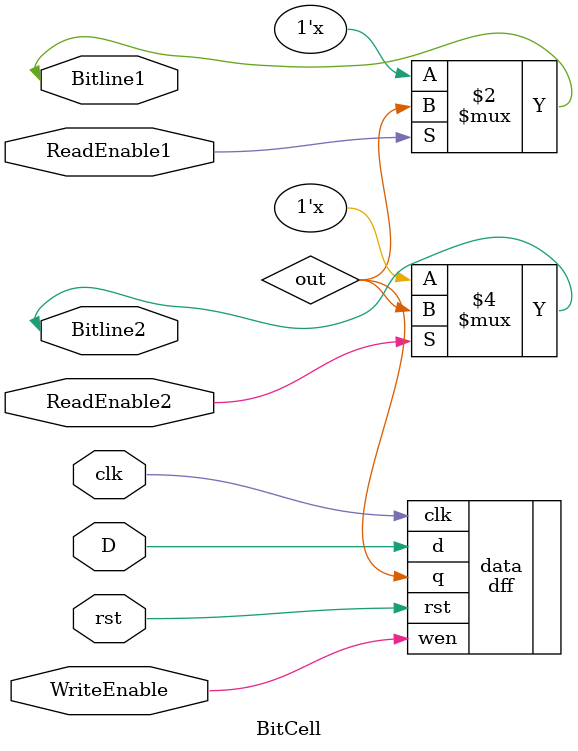
<source format=v>
module BitCell(clk, rst, D, WriteEnable, ReadEnable1, ReadEnable2, Bitline1, Bitline2);
    
    // ports
    input clk;
    input rst;
    input D;
    input WriteEnable;
    input ReadEnable1;
    input ReadEnable2;
    inout Bitline1;
    inout Bitline2;
    
    // internal
    wire out;

    // D-flipflop
    dff data(.q(out), .d(D), .wen(WriteEnable), .clk(clk), .rst(rst));
    
    // initial begin
    // #20;
    //     $monitor("Internal Bitcell \n WriteEnable: %d, ReadEnable1: %d, ReadEnable2: %d, clk: %d, D: %b, out: %b, bitline1: %b, bitline2: %b", WriteEnable, ReadEnable1, ReadEnable2, clk, D, out, Bitline1, Bitline2);
    // end
    // if readEnable is 0, then don't let them read; otherwise, give Q back
    assign Bitline1 = (ReadEnable1 == 0) ? 1'bz :  out;
    assign Bitline2 = (ReadEnable2 == 0) ? 1'bz : out;

endmodule
</source>
